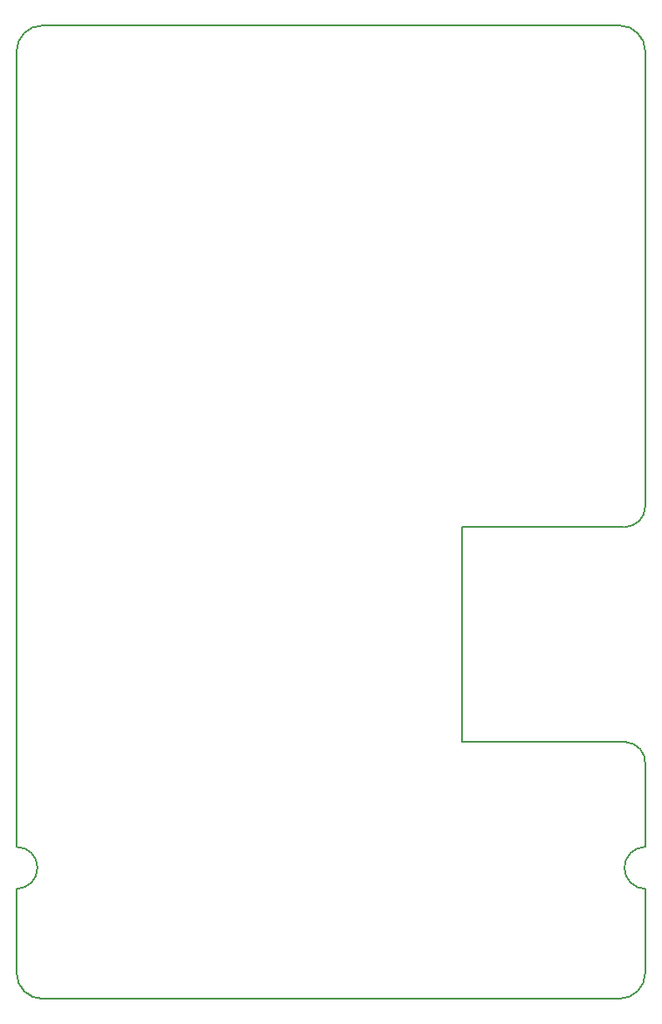
<source format=gbr>
G04 #@! TF.FileFunction,Profile,NP*
%FSLAX46Y46*%
G04 Gerber Fmt 4.6, Leading zero omitted, Abs format (unit mm)*
G04 Created by KiCad (PCBNEW 4.0.7) date 04/17/18 20:18:09*
%MOMM*%
%LPD*%
G01*
G04 APERTURE LIST*
%ADD10C,0.100000*%
%ADD11C,0.150000*%
G04 APERTURE END LIST*
D10*
D11*
X109855000Y-116433600D02*
X109855000Y-193471800D01*
X170815000Y-116408200D02*
X170815000Y-160426400D01*
X112395000Y-113868200D02*
X168275000Y-113868200D01*
X112395000Y-113868200D02*
G75*
G03X109855000Y-116408200I0J-2540000D01*
G01*
X170815000Y-116408200D02*
G75*
G03X168275000Y-113868200I-2540000J0D01*
G01*
X112369600Y-208203800D02*
X168376600Y-208203800D01*
X109855000Y-205689200D02*
G75*
G03X112369600Y-208203800I2514600J0D01*
G01*
X109855000Y-197535800D02*
X109855000Y-205765400D01*
X109880400Y-197535800D02*
G75*
G03X111887000Y-195478400I-25400J2032000D01*
G01*
X111887000Y-195503800D02*
G75*
G03X109855000Y-193471800I-2032000J0D01*
G01*
X168808400Y-162483800D02*
G75*
G03X170815000Y-160426400I-25400J2032000D01*
G01*
X153035000Y-162483800D02*
X168706800Y-162483800D01*
X153035000Y-183311800D02*
X153035000Y-162483800D01*
X168910000Y-183311800D02*
X153035000Y-183311800D01*
X170815000Y-185470800D02*
G75*
G03X168910000Y-183311800I-2032000J127000D01*
G01*
X170815000Y-193446400D02*
X170815000Y-185521600D01*
X170789600Y-193471800D02*
G75*
G03X168783000Y-195529200I25400J-2032000D01*
G01*
X168783000Y-195503800D02*
G75*
G03X170815000Y-197535800I2032000J0D01*
G01*
X170815000Y-205663800D02*
X170815000Y-197535800D01*
X168275000Y-208203800D02*
G75*
G03X170815000Y-205663800I0J2540000D01*
G01*
X112445800Y-208203800D02*
X168198800Y-208203800D01*
X109855000Y-205714600D02*
G75*
G03X112445800Y-208203800I2540000J50800D01*
G01*
M02*

</source>
